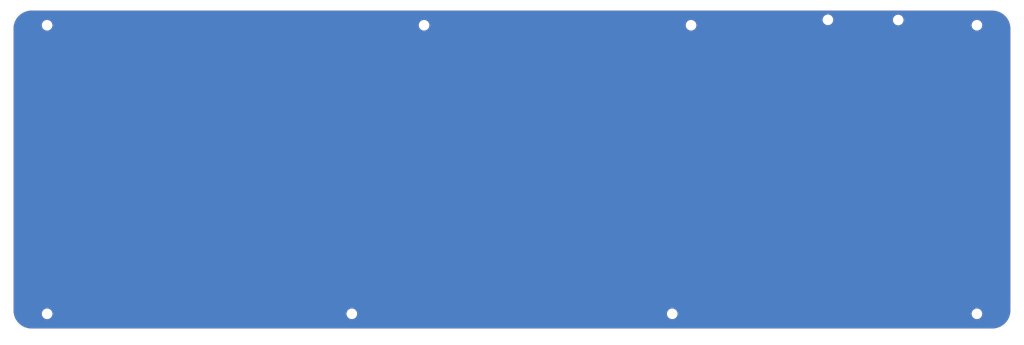
<source format=kicad_pcb>
(kicad_pcb (version 20171130) (host pcbnew 5.1.5)
  (layers (0 F.Cu signal) (31 B.Cu signal) (34 B.Paste user) (35 F.Paste user) (36 B.SilkS user) (37 F.SilkS user) (38 B.Mask user) (39 F.Mask user) (44 Edge.Cuts user))
  (net 0 "")
  (module MountingHole:MountingHole_2.2mm_M2 (layer F.Cu) (at 28.575 100.0125)
    (fp_text reference REF** hide)
    (fp_text value MountingHole_2.2mm_M2)
    (pad 1 np_thru_hole circle (at 0 0) (size 2.2 2.2) (drill 2.2) (layers *.Cu *.Mask))
  )
  (module MountingHole:MountingHole_2.2mm_M2 (layer F.Cu) (at 105.56875 100.0125)
    (fp_text reference REF** hide)
    (fp_text value MountingHole_2.2mm_M2)
    (pad 1 np_thru_hole circle (at 0 0) (size 2.2 2.2) (drill 2.2) (layers *.Cu *.Mask))
  )
  (module MountingHole:MountingHole_2.2mm_M2 (layer F.Cu) (at 263.525 26.9875)
    (fp_text reference REF** hide)
    (fp_text value MountingHole_2.2mm_M2)
    (pad 1 np_thru_hole circle (at 0 0) (size 2.2 2.2) (drill 2.2) (layers *.Cu *.Mask))
  )
  (module MountingHole:MountingHole_2.2mm_M2 (layer F.Cu) (at 191.29375 26.9875)
    (fp_text reference REF** hide)
    (fp_text value MountingHole_2.2mm_M2)
    (pad 1 np_thru_hole circle (at 0 0) (size 2.2 2.2) (drill 2.2) (layers *.Cu *.Mask))
  )
  (module MountingHole:MountingHole_2.2mm_M2 (layer F.Cu) (at 123.825 26.9875)
    (fp_text reference REF** hide)
    (fp_text value MountingHole_2.2mm_M2)
    (pad 1 np_thru_hole circle (at 0 0) (size 2.2 2.2) (drill 2.2) (layers *.Cu *.Mask))
  )
  (module MountingHole:MountingHole_2.2mm_M2 (layer F.Cu) (at 263.525 100.0125)
    (fp_text reference REF** hide)
    (fp_text value MountingHole_2.2mm_M2)
    (pad 1 np_thru_hole circle (at 0 0) (size 2.2 2.2) (drill 2.2) (layers *.Cu *.Mask))
  )
  (module MountingHole:MountingHole_2.2mm_M2 (layer F.Cu) (at 186.53125 100.0125)
    (fp_text reference REF** hide)
    (fp_text value MountingHole_2.2mm_M2)
    (pad 1 np_thru_hole circle (at 0 0) (size 2.2 2.2) (drill 2.2) (layers *.Cu *.Mask))
  )
  (module thefortyfive:bottomnew (layer B.Cu) (at 146.127048 94.925931 180)
    (fp_text reference G*** hide)
    (fp_text value LOGO hide)
  )
  (module MountingHole:MountingHole_2.2mm_M2 (layer F.Cu) (at 28.570096 26.992517)
    (fp_text reference REF** hide)
    (fp_text value MountingHole_2.2mm_M2)
    (pad 1 np_thru_hole circle (at 0 0) (size 2.2 2.2) (drill 2.2) (layers *.Cu *.Mask))
  )
  (module MountingHole:MountingHole_2.2mm_M2 (layer F.Cu) (at 225.869078 25.619491)
    (fp_text reference REF** hide)
    (fp_text value MountingHole_2.2mm_M2)
    (pad 1 np_thru_hole circle (at 0 0) (size 2.2 2.2) (drill 2.2) (layers *.Cu *.Mask))
  )
  (module MountingHole:MountingHole_2.2mm_M2 (layer F.Cu) (at 243.635108 25.662671)
    (fp_text reference REF** hide)
    (fp_text value MountingHole_2.2mm_M2)
    (pad 1 np_thru_hole circle (at 0 0) (size 2.2 2.2) (drill 2.2) (layers *.Cu *.Mask))
  )
  (gr_arc (start 24.588048 99.22023) (end 19.825552 99.22023) (angle -90) (layer Edge.Cuts) (width 0.05))
  (gr_arc (start 24.588052 27.78267) (end 24.588052 23.020166) (angle -90) (layer Edge.Cuts) (width 0.05))
  (gr_arc (start 267.475548 27.782648) (end 272.238048 27.782648) (angle -90) (layer Edge.Cuts) (width 0.05))
  (gr_arc (start 267.475548 99.220148) (end 267.475548 103.982648) (angle -90) (layer Edge.Cuts) (width 0.05))
  (gr_line (start 272.238048 27.782648) (end 272.238048 99.220208) (layer Edge.Cuts) (width 0.05))
  (gr_line (start 24.588048 103.98273) (end 267.475548 103.982648) (layer Edge.Cuts) (width 0.05))
  (gr_line (start 24.588048 23.020166) (end 267.475548 23.020148) (layer Edge.Cuts) (width 0.05))
  (gr_line (start 19.825548 27.78267) (end 19.825552 99.22023) (layer Edge.Cuts) (width 0.05))
  (zone (net 0) (net_name "") (layer B.Cu) (connect_pads (clearance 0.254)) (min_thickness 0.254) (fill yes (arc_segments 32) (thermal_gap 0.508) (thermal_bridge_width 0.508))
    (polygon (pts (xy 273.84375 23.01875) (xy 274.6375 23.01875) (xy 274.6375 106.3625) (xy 17.4625 105.56875) (xy 17.4625 22.225)))
  )
  (zone (net 0) (net_name "") (layer F.Cu) (connect_pads (clearance 0.254)) (min_thickness 0.254) (fill yes (arc_segments 32) (thermal_gap 0.508) (thermal_bridge_width 0.508))
    (polygon (pts (xy 275.43125 21.392741) (xy 275.43125 107.911491) (xy 16.66875 106.323991) (xy 16.66875 20.598991)))
  )
)
</source>
